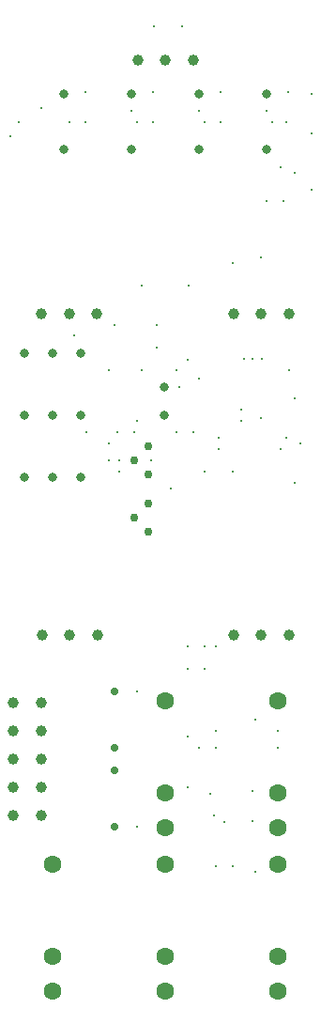
<source format=gbr>
%TF.GenerationSoftware,KiCad,Pcbnew,5.0.2-bee76a0~70~ubuntu18.04.1*%
%TF.CreationDate,2019-03-25T18:17:25+11:00*%
%TF.ProjectId,minimoog,6d696e69-6d6f-46f6-972e-6b696361645f,rev?*%
%TF.SameCoordinates,Original*%
%TF.FileFunction,Plated,1,2,PTH,Drill*%
%TF.FilePolarity,Positive*%
%FSLAX46Y46*%
G04 Gerber Fmt 4.6, Leading zero omitted, Abs format (unit mm)*
G04 Created by KiCad (PCBNEW 5.0.2-bee76a0~70~ubuntu18.04.1) date Mon 25 Mar 2019 18:17:25 AEDT*
%MOMM*%
%LPD*%
G01*
G04 APERTURE LIST*
%TA.AperFunction,ViaDrill*%
%ADD10C,0.300000*%
%TD*%
%TA.AperFunction,ComponentDrill*%
%ADD11C,0.700000*%
%TD*%
%TA.AperFunction,ComponentDrill*%
%ADD12C,0.750000*%
%TD*%
%TA.AperFunction,ComponentDrill*%
%ADD13C,0.800000*%
%TD*%
%TA.AperFunction,ComponentDrill*%
%ADD14C,1.000000*%
%TD*%
%TA.AperFunction,ComponentDrill*%
%ADD15C,1.600000*%
%TD*%
G04 APERTURE END LIST*
D10*
X125730000Y-58674000D03*
X126492000Y-57404000D03*
X128524000Y-56134000D03*
X131064000Y-57404000D03*
X131503800Y-76659599D03*
X132461000Y-54737000D03*
X132519800Y-57404000D03*
X132588000Y-85344000D03*
X134620000Y-79756000D03*
X134620000Y-86360000D03*
X134620000Y-87884000D03*
X135128000Y-75692000D03*
X135382000Y-85344000D03*
X135521801Y-87884000D03*
X135521801Y-88900000D03*
X136652000Y-56388000D03*
X136906000Y-85344000D03*
X137160000Y-57404000D03*
X137160000Y-84328000D03*
X137160000Y-108712000D03*
X137160000Y-120904000D03*
X137541000Y-79756000D03*
X137599800Y-72136000D03*
X138430000Y-87884000D03*
X138557000Y-54737000D03*
X138615800Y-57404000D03*
X138684000Y-48768000D03*
X138938000Y-75692000D03*
X138938000Y-77724000D03*
X140208000Y-90424000D03*
X140716000Y-79756000D03*
X140716000Y-85344000D03*
X140970000Y-81280000D03*
X141224000Y-48768000D03*
X141732000Y-78867000D03*
X141732000Y-104648000D03*
X141732000Y-106680000D03*
X141732000Y-112776000D03*
X141732000Y-117348000D03*
X141800200Y-72136000D03*
X142240000Y-85344000D03*
X142748000Y-56388000D03*
X142748000Y-80518000D03*
X142748000Y-113792000D03*
X143256000Y-57404000D03*
X143256000Y-88900000D03*
X143256000Y-104648000D03*
X143256000Y-106680000D03*
X143764000Y-117983000D03*
X144125786Y-119888000D03*
X144272000Y-104648000D03*
X144272000Y-112268000D03*
X144272000Y-113792000D03*
X144272000Y-124460000D03*
X144526000Y-85852000D03*
X144526000Y-86868000D03*
X144653000Y-54737000D03*
X144711800Y-57404000D03*
X145034000Y-120523000D03*
X145796000Y-70104000D03*
X145796000Y-88900000D03*
X145796000Y-124460000D03*
X146558000Y-83312000D03*
X146558000Y-84328000D03*
X146773997Y-78740000D03*
X147574000Y-78740000D03*
X147574000Y-117729000D03*
X147574000Y-120396000D03*
X147828000Y-111252000D03*
X147828000Y-124968000D03*
X148336000Y-69596000D03*
X148336000Y-84074000D03*
X148374003Y-78740000D03*
X148844000Y-56388000D03*
X148844000Y-64516000D03*
X149352000Y-57404000D03*
X149860000Y-112268000D03*
X149860000Y-113792000D03*
X150114000Y-61468000D03*
X150114000Y-86868000D03*
X150368000Y-64516000D03*
X150622000Y-57383998D03*
X150622000Y-85852000D03*
X150749000Y-54737000D03*
X150876000Y-79756000D03*
X151384000Y-61976000D03*
X151384000Y-82296000D03*
X151384000Y-89916000D03*
X151892000Y-86360000D03*
X152908000Y-54864000D03*
X152908000Y-58420000D03*
X152908000Y-63500000D03*
D11*
%TO.C,R7*%
X135128000Y-108712000D03*
X135128000Y-113792000D03*
%TO.C,R33*%
X135128000Y-115824000D03*
X135128000Y-120904000D03*
D12*
%TO.C,Q1*%
X136906000Y-87884000D03*
X138176000Y-86614000D03*
X138176000Y-89154000D03*
%TO.C,Q9*%
X136906000Y-93091000D03*
X138176000Y-91821000D03*
X138176000Y-94361000D03*
D13*
%TO.C,RV7*%
X127000000Y-78232000D03*
X129540000Y-78232000D03*
X132080000Y-78232000D03*
%TO.C,RV6*%
X127000000Y-83820000D03*
X129540000Y-83820000D03*
X132080000Y-83820000D03*
%TO.C,C3*%
X148844000Y-54864000D03*
X148844000Y-59864000D03*
%TO.C,C5*%
X136652000Y-54864000D03*
X136652000Y-59864000D03*
%TO.C,C6*%
X130556000Y-54864000D03*
X130556000Y-59864000D03*
%TO.C,RV5*%
X127000000Y-89408000D03*
X129540000Y-89408000D03*
X132080000Y-89408000D03*
%TO.C,C7*%
X139615866Y-81311854D03*
X139615866Y-83811854D03*
%TO.C,C4*%
X142748000Y-54864000D03*
X142748000Y-59864000D03*
D14*
%TO.C,RV3*%
X145836000Y-74676000D03*
X148336000Y-74676000D03*
X150836000Y-74676000D03*
%TO.C,RV4*%
X145836000Y-103632000D03*
X148336000Y-103632000D03*
X150836000Y-103632000D03*
%TO.C,RV1*%
X137200000Y-51816000D03*
X139700000Y-51816000D03*
X142200000Y-51816000D03*
%TO.C,RV8*%
X128524000Y-74676000D03*
X131024000Y-74676000D03*
X133524000Y-74676000D03*
%TO.C,J6*%
X125984000Y-109728000D03*
X125984000Y-112268000D03*
X125984000Y-114808000D03*
X125984000Y-117348000D03*
X125984000Y-119888000D03*
X128524000Y-109728000D03*
X128524000Y-112268000D03*
X128524000Y-114808000D03*
X128524000Y-117348000D03*
X128524000Y-119888000D03*
%TO.C,RV2*%
X128564000Y-103632000D03*
X131064000Y-103632000D03*
X133564000Y-103632000D03*
D15*
%TO.C,J3*%
X149860000Y-124288000D03*
X149860000Y-132588000D03*
X149860000Y-135688000D03*
%TO.C,J7*%
X129540000Y-124288000D03*
X129540000Y-132588000D03*
X129540000Y-135688000D03*
%TO.C,J1*%
X149860000Y-109556000D03*
X149860000Y-117856000D03*
X149860000Y-120956000D03*
%TO.C,J2*%
X139700000Y-109556000D03*
X139700000Y-117856000D03*
X139700000Y-120956000D03*
%TO.C,J4*%
X139700000Y-124288000D03*
X139700000Y-132588000D03*
X139700000Y-135688000D03*
M02*

</source>
